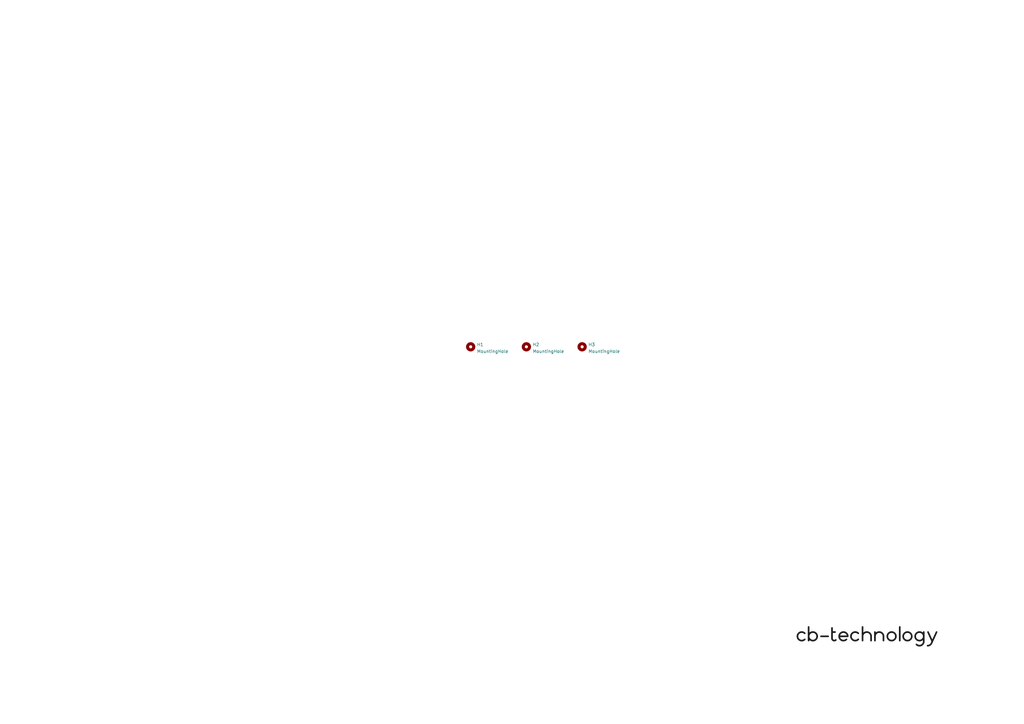
<source format=kicad_sch>
(kicad_sch (version 20230121) (generator eeschema)
  (paper "A3")
  (title_block (title "TWIST SWITCH SPACER PLATE") (date "2023-08-02") (rev "v1.1") (company "cb-technology"))
  (lib_symbols
    (symbol "Mechanical:MountingHole" (pin_names (offset 1.016))
      (property "Reference" "H" (at 0 5.08 0))
      (property "Value" "MountingHole" (at 0 3.175 0))
      (symbol "MountingHole_0_1"
        (circle (center 0 0) (radius 1.27) (stroke (width 1.27)))
      )
    )
  )
  (image (at 355.6 260.985) (scale 0.227268))
  (symbol (lib_id "Mechanical:MountingHole") (at 238.76 142.24 0) (unit 1)
    (property "Reference" "H3" (at 241.3 141.3315 0) (effects (justify left)))
    (property "Value" "MountingHole" (at 241.3 144.1066 0) (effects (justify left)))
    (property "Footprint" "MountingHole:MountingHole_2mm" (effects hide))
  )
  (symbol (lib_id "Mechanical:MountingHole") (at 193.04 142.24 0) (unit 1)
    (property "Reference" "H1" (at 195.58 141.3315 0) (effects (justify left)))
    (property "Value" "MountingHole" (at 195.58 144.1066 0) (effects (justify left)))
    (property "Footprint" "MountingHole:MountingHole_2mm" (effects hide))
  )
  (symbol (lib_id "Mechanical:MountingHole") (at 215.9 142.24 0) (unit 1)
    (property "Reference" "H2" (at 218.44 141.3315 0) (effects (justify left)))
    (property "Value" "MountingHole" (at 218.44 144.1066 0) (effects (justify left)))
    (property "Footprint" "MountingHole:MountingHole_2mm" (effects hide))
  )
)
</source>
